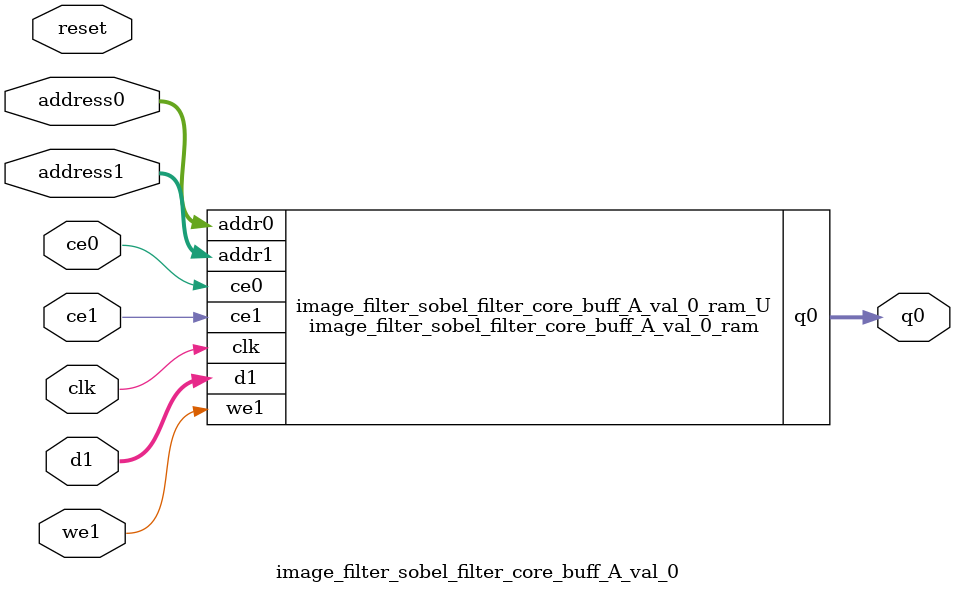
<source format=v>

`timescale 1 ns / 1 ps
module image_filter_sobel_filter_core_buff_A_val_0_ram (addr0, ce0, q0, addr1, ce1, d1, we1,  clk);

parameter DWIDTH = 8;
parameter AWIDTH = 11;
parameter MEM_SIZE = 1920;

input[AWIDTH-1:0] addr0;
input ce0;
output reg[DWIDTH-1:0] q0;
input[AWIDTH-1:0] addr1;
input ce1;
input[DWIDTH-1:0] d1;
input we1;
input clk;

(* ram_style = "block" *)reg [DWIDTH-1:0] ram[MEM_SIZE-1:0];




always @(posedge clk)  
begin 
    if (ce0) 
    begin
            q0 <= ram[addr0];
    end
end


always @(posedge clk)  
begin 
    if (ce1) 
    begin
        if (we1) 
        begin 
            ram[addr1] <= d1; 
        end 
    end
end


endmodule


`timescale 1 ns / 1 ps
module image_filter_sobel_filter_core_buff_A_val_0(
    reset,
    clk,
    address0,
    ce0,
    q0,
    address1,
    ce1,
    we1,
    d1);

parameter DataWidth = 32'd8;
parameter AddressRange = 32'd1920;
parameter AddressWidth = 32'd11;
input reset;
input clk;
input[AddressWidth - 1:0] address0;
input ce0;
output[DataWidth - 1:0] q0;
input[AddressWidth - 1:0] address1;
input ce1;
input we1;
input[DataWidth - 1:0] d1;



image_filter_sobel_filter_core_buff_A_val_0_ram image_filter_sobel_filter_core_buff_A_val_0_ram_U(
    .clk( clk ),
    .addr0( address0 ),
    .ce0( ce0 ),
    .q0( q0 ),
    .addr1( address1 ),
    .ce1( ce1 ),
    .d1( d1 ),
    .we1( we1 ));

endmodule


</source>
